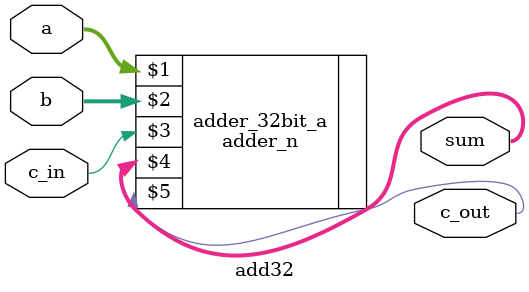
<source format=sv>
`timescale 1ns/1ps
`default_nettype none
/*
  Making 32 different inputs is annoying, so I use python:
  print(", ".join([f"in{i:02}" for i in range(32)]))
  The solutions will include comments for where I use python-generated HDL.
*/
module add32(a,b,c_in,sum,c_out);
	//parameter definitions
	input  wire [31:0] a,b;
	input  wire c_in;
	output wire c_out;
	output wire [31:0] sum;
    adder_n #(.N(32)) adder_32bit_a (a,b,c_in,sum,c_out);
endmodule

</source>
